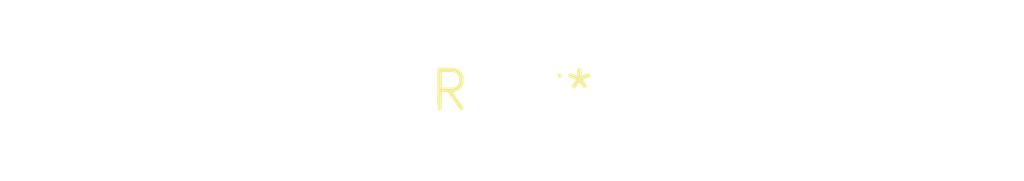
<source format=kicad_pcb>
(kicad_pcb (version 20240108) (generator pcbnew)
  (layers (0 "F.Cu" signal) (31 "B.Cu" signal) (34 "B.Paste" user) (35 "F.Paste" user) (36 "B.SilkS" user "B.Silkscreen") (37 "F.SilkS" user "F.Silkscreen") (38 "B.Mask" user) (39 "F.Mask" user) (44 "Edge.Cuts" user))
  (net 0 "")
  (footprint "MountingHole_3.2mm_M3_ISO14580" (layer "F.Cu") (at 0 0)
    (property "Reference" "REF**")
    (property "Value" "MountingHole_3.2mm_M3_ISO14580")
    (pad "" np_thru_hole circle (at 0 0) (size 3.2 3.2) (drill 3.2) (layers *.Cu *.Mask))
  )
)
</source>
